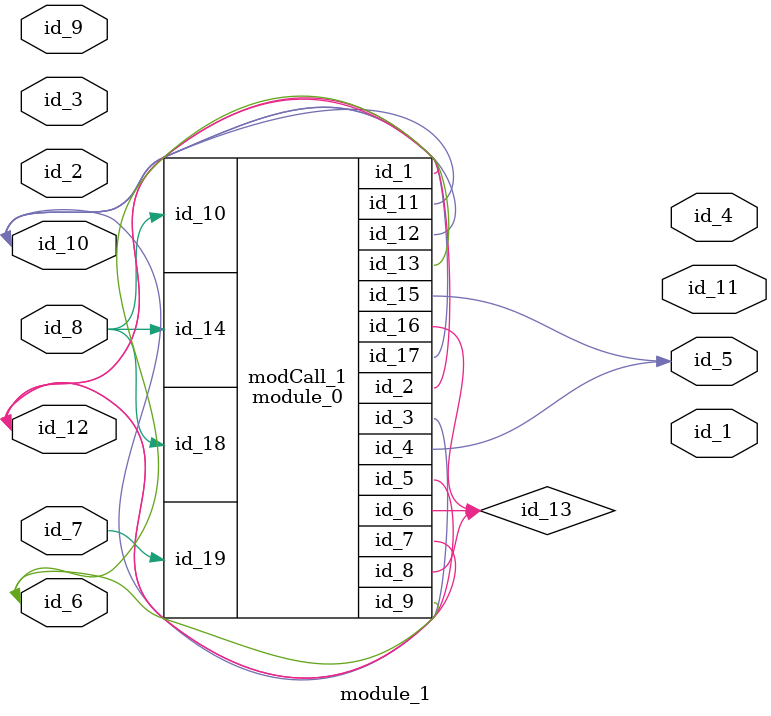
<source format=v>
module module_0 (
    id_1,
    id_2,
    id_3,
    id_4,
    id_5,
    id_6,
    id_7,
    id_8,
    id_9,
    id_10,
    id_11,
    id_12,
    id_13,
    id_14,
    id_15,
    id_16,
    id_17,
    id_18,
    id_19
);
  input wire id_19;
  input wire id_18;
  output wire id_17;
  inout wire id_16;
  output wire id_15;
  input wire id_14;
  output wire id_13;
  inout wire id_12;
  inout wire id_11;
  input wire id_10;
  inout wire id_9;
  inout wire id_8;
  inout wire id_7;
  output wire id_6;
  output wire id_5;
  output wire id_4;
  inout wire id_3;
  inout wire id_2;
  output wire id_1;
endmodule
module module_1 (
    id_1,
    id_2,
    id_3,
    id_4,
    id_5,
    id_6,
    id_7,
    id_8,
    id_9,
    id_10,
    id_11,
    id_12
);
  inout wire id_12;
  output wire id_11;
  inout wire id_10;
  input wire id_9;
  input wire id_8;
  input wire id_7;
  inout wire id_6;
  output wire id_5;
  output wire id_4;
  inout wire id_3;
  inout wire id_2;
  output wire id_1;
  wire id_13;
  module_0 modCall_1 (
      id_12,
      id_12,
      id_10,
      id_5,
      id_12,
      id_13,
      id_12,
      id_13,
      id_6,
      id_8,
      id_10,
      id_10,
      id_6,
      id_8,
      id_5,
      id_13,
      id_10,
      id_8,
      id_7
  );
endmodule

</source>
